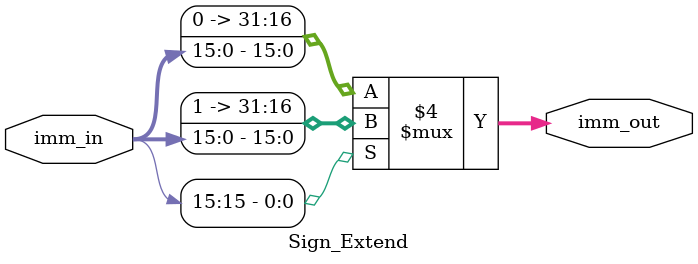
<source format=v>
module Sign_Extend(
    input [15:0] imm_in,      // 16-bit immediate input
    output reg [31:0] imm_out  // 32-bit extended immediate output
);

    always @(*) begin
        // If the 16-bit immediate is negative, extend with 1s; otherwise, extend with 0s
        if (imm_in[15] == 1) 
            imm_out = {16'b1111111111111111, imm_in};  // Sign-extend with 1s for negative values
        else
            imm_out = {16'b0000000000000000, imm_in};  // Sign-extend with 0s for positive values
    end

endmodule
</source>
